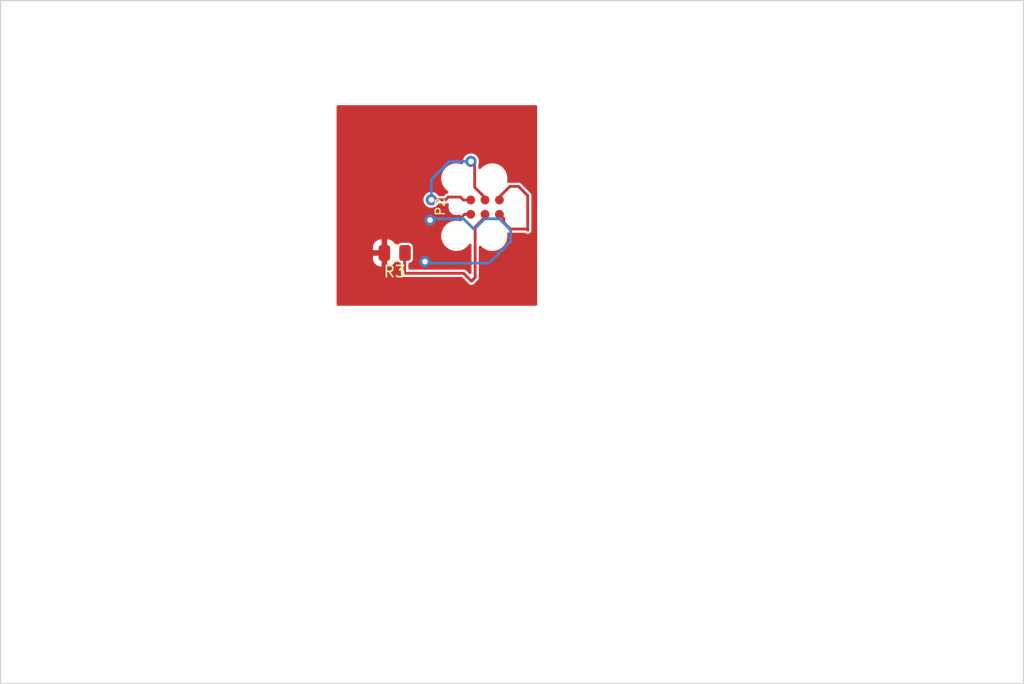
<source format=kicad_pcb>
(kicad_pcb (version 20221018) (generator pcbnew)
  (layers (0 "F.Cu" mixed) (31 "B.Cu" mixed) (34 "B.Paste" user) (35 "F.Paste" user) (36 "B.SilkS" user "B.Silkscreen") (37 "F.SilkS" user "F.Silkscreen") (38 "B.Mask" user) (39 "F.Mask" user) (44 "Edge.Cuts" user))
  (net 0 "")
  (net 1 "GND")
  (net 2 "+3V3")
  (net 3 "Net-(P2-P2)")
  (net 4 "Net-(P2-P5)")
  (footprint "Resistor_SMD:R_0805_2012Metric" (layer "F.Cu") (at 121.98858 74.05878 180)
    (fp_text reference "R3" (at 0 -1.65) (layer "F.SilkS"))
    (fp_text value "R_Small")
    (fp_line (start -0.227064 -0.735) (end 0.227064 -0.735) (stroke (width 0.12)) (layer "F.SilkS"))
    (fp_line (start -0.227064 0.735) (end 0.227064 0.735) (stroke (width 0.12)) (layer "F.SilkS"))
    (pad "1" smd roundrect (at -0.9125 0 180) (size 1.025 1.4) (layers "F.Cu" "F.Paste" "F.Mask") (roundrect_rratio 0.243902) (net 1 "GND"))
    (pad "2" smd roundrect (at 0.9125 0 180) (size 1.025 1.4) (layers "F.Cu" "F.Paste" "F.Mask") (roundrect_rratio 0.243902) (net 2 "+3V3"))
  )
  (footprint "Project:TC2030-MCP-FP" (layer "F.Cu") (at 130 70)
    (fp_text reference "P2" (at -3.98 -0.02 90) (layer "F.SilkS") (effects (font (size 0.8 0.8) (thickness 0.12))))
    (fp_text value "TC2030-RS232")
    (pad "" np_thru_hole circle (at -2.54 -2.54) (size 2.3749 2.3749) (drill 2.3749) (layers "*.Cu" "*.Mask" "F.SilkS"))
    (pad "" np_thru_hole circle (at -2.54 0) (size 0.991 0.991) (drill 0.9906) (layers "*.Cu" "*.Mask" "F.SilkS"))
    (pad "" np_thru_hole circle (at -2.54 2.54) (size 2.3749 2.3749) (drill 2.3749) (layers "*.Cu" "*.Mask" "F.SilkS"))
    (pad "" np_thru_hole circle (at 0.635 -2.54) (size 2.3749 2.3749) (drill 2.3749) (layers "*.Cu" "*.Mask" "F.SilkS"))
    (pad "" np_thru_hole circle (at 0.635 2.54) (size 2.3749 2.3749) (drill 2.3749) (layers "*.Cu" "*.Mask" "F.SilkS"))
    (pad "" np_thru_hole circle (at 2.54 -1.016) (size 0.991 0.991) (drill 0.991) (layers "*.Cu" "*.Mask" "F.SilkS"))
    (pad "" np_thru_hole circle (at 2.54 1.016) (size 0.991 0.991) (drill 0.991) (layers "*.Cu" "*.Mask" "F.SilkS"))
    (pad "1" connect circle (at -1.27 0.635) (size 0.787 0.787) (layers "F.Cu" "F.Mask") (net 2 "+3V3") (clearance 0.4826))
    (pad "2" connect circle (at -1.27 -0.635) (size 0.787 0.787) (layers "F.Cu" "F.Mask") (net 3 "Net-(P2-P2)") (clearance 0.4826))
    (pad "3" connect circle (at 0 0.635) (size 0.787 0.787) (layers "F.Cu" "F.Mask") (net 1 "GND") (clearance 0.4191))
    (pad "4" connect circle (at 0 -0.635) (size 0.787 0.787) (layers "F.Cu" "F.Mask") (net 3 "Net-(P2-P2)") (clearance 0.4191))
    (pad "5" connect circle (at 1.27 0.635) (size 0.787 0.787) (layers "F.Cu" "F.Mask") (net 4 "Net-(P2-P5)") (clearance 0.4191))
    (pad "6" connect circle (at 1.27 -0.635 90) (size 0.787 0.787) (layers "F.Cu" "F.Mask") (net 4 "Net-(P2-P5)") (clearance 0.4191))
  )
  (gr_rect (start 87.06 51.69) (end 177.72 112.23) (stroke (width 0.1)) (fill none) (layer "Edge.Cuts"))
  (segment (start 122.8725 75.86218) (end 122.8725 74.08736) (width 0.25) (layer "F.Cu") (net 1))
  (segment (start 128.79578 76.56068) (end 128.09728 75.86218) (width 0.25) (layer "F.Cu") (net 1))
  (segment (start 130 70.87336) (end 129.12255 71.75081) (width 0.25) (layer "F.Cu") (net 1))
  (segment (start 122.8725 74.08736) (end 122.90108 74.05878) (width 0.25) (layer "F.Cu") (net 1))
  (segment (start 129.12255 71.75081) (end 129.12255 76.23391) (width 0.25) (layer "F.Cu") (net 1))
  (segment (start 128.09728 75.86218) (end 122.8725 75.86218) (width 0.25) (layer "F.Cu") (net 1))
  (segment (start 129.12255 76.23391) (end 128.79578 76.56068) (width 0.25) (layer "F.Cu") (net 1))
  (segment (start 130 70.635) (end 130 70.87336) (width 0.25) (layer "F.Cu") (net 1))
  (segment (start 123.85438 71.45926) (end 124.52968 71.45926) (width 0.25) (layer "F.Cu") (net 2))
  (segment (start 123.85438 71.16462) (end 123.85438 71.45926) (width 0.25) (layer "F.Cu") (net 2))
  (segment (start 126.016078 70.175002) (end 124.843998 70.175002) (width 0.25) (layer "F.Cu") (net 2))
  (segment (start 121.07608 72.24332) (end 121.07608 74.05878) (width 0.25) (layer "F.Cu") (net 2))
  (segment (start 127.888006 70.920501) (end 126.761577 70.920501) (width 0.25) (layer "F.Cu") (net 2))
  (segment (start 124.66938 74.8305) (end 124.66938 71.59896) (width 0.25) (layer "F.Cu") (net 2))
  (segment (start 128.73 70.635) (end 128.173507 70.635) (width 0.25) (layer "F.Cu") (net 2))
  (segment (start 121.86014 71.45926) (end 121.07608 72.24332) (width 0.25) (layer "F.Cu") (net 2))
  (segment (start 123.85438 71.45926) (end 121.86014 71.45926) (width 0.25) (layer "F.Cu") (net 2))
  (segment (start 126.761577 70.920501) (end 126.016078 70.175002) (width 0.25) (layer "F.Cu") (net 2))
  (segment (start 124.843998 70.175002) (end 123.85438 71.16462) (width 0.25) (layer "F.Cu") (net 2))
  (segment (start 128.173507 70.635) (end 127.888006 70.920501) (width 0.25) (layer "F.Cu") (net 2))
  (segment (start 124.52968 71.45926) (end 124.66938 71.59896) (width 0.25) (layer "F.Cu") (net 2))
  (segment (start 125.12294 71.1454) (end 124.66938 71.59896) (width 0.25) (layer "F.Cu") (net 2))
  (via (at 125.12294 71.1454) (size 1) (drill 0.5) (layers "F.Cu" "B.Cu") (net 2))
  (via (at 124.66938 74.8305) (size 1) (drill 0.5) (layers "F.Cu" "B.Cu") (net 2))
  (segment (start 131.261477 71.02755) (end 132.263247 72.02932) (width 0.25) (layer "B.Cu") (net 2))
  (segment (start 130.354987 74.95894) (end 124.79782 74.95894) (width 0.25) (layer "B.Cu") (net 2))
  (segment (start 129.078087 71.913523) (end 129.96406 71.02755) (width 0.25) (layer "B.Cu") (net 2))
  (segment (start 128.086477 71.02755) (end 128.97245 71.913523) (width 0.25) (layer "B.Cu") (net 2))
  (segment (start 128.97245 71.913523) (end 129.078087 71.913523) (width 0.25) (layer "B.Cu") (net 2))
  (segment (start 132.263247 73.05068) (end 130.354987 74.95894) (width 0.25) (layer "B.Cu") (net 2))
  (segment (start 124.79782 74.95894) (end 124.66938 74.8305) (width 0.25) (layer "B.Cu") (net 2))
  (segment (start 125.24079 71.02755) (end 128.086477 71.02755) (width 0.25) (layer "B.Cu") (net 2))
  (segment (start 132.263247 72.02932) (end 132.263247 73.05068) (width 0.25) (layer "B.Cu") (net 2))
  (segment (start 129.96406 71.02755) (end 131.261477 71.02755) (width 0.25) (layer "B.Cu") (net 2))
  (segment (start 126.49135 69.35) (end 125.24 69.35) (width 0.25) (layer "F.Cu") (net 3))
  (segment (start 130 69.163428) (end 129.077159 68.240587) (width 0.25) (layer "F.Cu") (net 3))
  (segment (start 129.077159 68.240587) (end 129.077159 66.272059) (width 0.25) (layer "F.Cu") (net 3))
  (segment (start 128.73 69.365) (end 128.073507 69.365) (width 0.25) (layer "F.Cu") (net 3))
  (segment (start 129.077159 66.272059) (end 128.7526 65.9475) (width 0.25) (layer "F.Cu") (net 3))
  (segment (start 126.734377 69.106973) (end 126.49135 69.35) (width 0.25) (layer "F.Cu") (net 3))
  (segment (start 128.073507 69.365) (end 127.81548 69.106973) (width 0.25) (layer "F.Cu") (net 3))
  (segment (start 127.81548 69.106973) (end 126.734377 69.106973) (width 0.25) (layer "F.Cu") (net 3))
  (via (at 128.7526 65.9475) (size 1) (drill 0.5) (layers "F.Cu" "B.Cu") (net 3))
  (via (at 125.24 69.35) (size 1) (drill 0.5) (layers "F.Cu" "B.Cu") (net 3))
  (segment (start 128.7526 65.9475) (end 126.833573 65.9475) (width 0.25) (layer "B.Cu") (net 3))
  (segment (start 126.833573 65.9475) (end 125.24 67.541073) (width 0.25) (layer "B.Cu") (net 3))
  (segment (start 125.24 67.541073) (end 125.24 69.35) (width 0.25) (layer "B.Cu") (net 3))
  (segment (start 131.27 69.365) (end 131.27 69.093637) (width 0.25) (layer "F.Cu") (net 4))
  (segment (start 133.733499 71.936501) (end 133.733499 71.983559) (width 0.25) (layer "F.Cu") (net 4))
  (segment (start 131.27 70.635) (end 131.663499 71.028499) (width 0.25) (layer "F.Cu") (net 4))
  (segment (start 131.27 69.093637) (end 132.200137 68.1635) (width 0.25) (layer "F.Cu") (net 4))
  (segment (start 132.200137 68.1635) (end 132.96398 68.1635) (width 0.25) (layer "F.Cu") (net 4))
  (segment (start 131.663499 71.353841) (end 132.246159 71.936501) (width 0.25) (layer "F.Cu") (net 4))
  (segment (start 133.77926 68.97878) (end 133.77926 72.02932) (width 0.25) (layer "F.Cu") (net 4))
  (segment (start 132.96398 68.1635) (end 133.77926 68.97878) (width 0.25) (layer "F.Cu") (net 4))
  (segment (start 133.733499 71.983559) (end 133.77926 72.02932) (width 0.25) (layer "F.Cu") (net 4))
  (segment (start 131.663499 71.028499) (end 131.663499 71.353841) (width 0.25) (layer "F.Cu") (net 4))
  (segment (start 132.246159 71.936501) (end 133.733499 71.936501) (width 0.25) (layer "F.Cu") (net 4))
  (zone (net 2) (net_name "+3V3") (layer "F.Cu") (name "3V3") (connect_pads (clearance 0.2)) (min_thickness 0.250001) (fill yes (thermal_gap 0.5) (thermal_bridge_width 0.5) (smoothing chamfer))
    (polygon (pts (xy 116.84 60.96) (xy 134.62 60.96) (xy 134.62 78.74) (xy 116.84 78.74)))
  )
)
</source>
